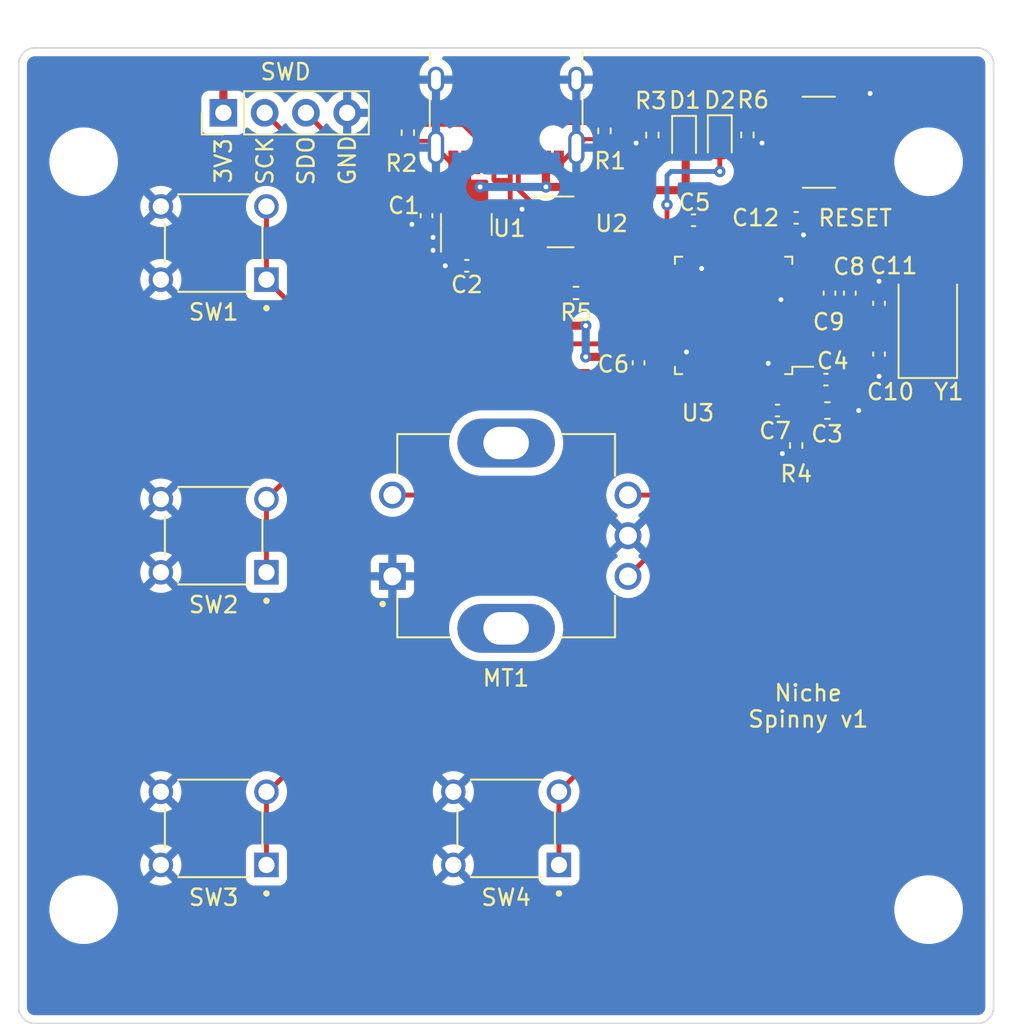
<source format=kicad_pcb>
(kicad_pcb (version 20211014) (generator pcbnew)
  (layers (0 "F.Cu" signal) (31 "B.Cu" signal) (34 "B.Paste" user) (35 "F.Paste" user) (36 "B.SilkS" user "B.Silkscreen") (37 "F.SilkS" user "F.Silkscreen") (38 "B.Mask" user) (39 "F.Mask" user) (44 "Edge.Cuts" user))
  (net 0 "")
  (net 1 "+5V")
  (net 2 "GND")
  (net 3 "+3.3VA")
  (net 4 "/HSE_IN")
  (net 5 "/HSE_OUT")
  (net 6 "NRST")
  (net 7 "Net-(D1-Pad1)")
  (net 8 "Net-(D2-Pad1)")
  (net 9 "LED_STS")
  (net 10 "Net-(J1-PadA5)")
  (net 11 "USB_D+")
  (net 12 "USB_D-")
  (net 14 "Net-(J1-PadB5)")
  (net 16 "SWCLK")
  (net 17 "SWDIO")
  (net 18 "/BOOT0")
  (net 24 "ENC_A")
  (net 25 "ENC_B")
  (net 42 "BTN_1")
  (net 43 "BTN_2")
  (net 44 "BTN_3")
  (net 45 "BTN_4")
  (net 46 "BTN_5")
  (footprint "DigiKey:SW_TS02-66-43-BK-100-LCR-D" (layer "F.Cu") (at 132 100 180)
    (fp_text reference "SW2" (at 0 -4.25) (layer "F.SilkS"))
    (fp_text value "SW_Push")
    (pad "1" thru_hole rect (at -3.25 -2.25 180) (size 1.508 1.508) (drill 1) (layers *.Cu *.Mask) (net 43 "BTN_2"))
    (pad "1" thru_hole circle (at -3.25 2.25 180) (size 1.508 1.508) (drill 1) (layers *.Cu *.Mask) (net 43 "BTN_2"))
    (pad "2" thru_hole circle (at 3.25 -2.25 180) (size 1.508 1.508) (drill 1) (layers *.Cu *.Mask) (net 2 "GND"))
    (pad "2" thru_hole circle (at 3.25 2.25 180) (size 1.508 1.508) (drill 1) (layers *.Cu *.Mask) (net 2 "GND"))
  )
  (footprint "LED_SMD:LED_0603_1608Metric" (layer "F.Cu") (at 160.95 75.665 -90)
    (fp_text reference "D1" (at -2.45 -0.05 180) (layer "F.SilkS"))
    (fp_text value "GREEN")
    (pad "1" smd roundrect (at -0.7875 0 270) (size 0.875 0.95) (layers "F.Cu" "F.Paste" "F.Mask") (net 7 "Net-(D1-Pad1)"))
    (pad "2" smd roundrect (at 0.7875 0 270) (size 0.875 0.95) (layers "F.Cu" "F.Paste" "F.Mask") (net 3 "+3.3VA"))
  )
  (footprint "DigiKey:SW_TS02-66-43-BK-100-LCR-D" (layer "F.Cu") (at 132 118 180)
    (fp_text reference "SW3" (at 0 -4.25) (layer "F.SilkS"))
    (fp_text value "SW_Push")
    (pad "1" thru_hole circle (at -3.25 2.25 180) (size 1.508 1.508) (drill 1) (layers *.Cu *.Mask) (net 44 "BTN_3"))
    (pad "1" thru_hole rect (at -3.25 -2.25 180) (size 1.508 1.508) (drill 1) (layers *.Cu *.Mask) (net 44 "BTN_3"))
    (pad "2" thru_hole circle (at 3.25 -2.25 180) (size 1.508 1.508) (drill 1) (layers *.Cu *.Mask) (net 2 "GND"))
    (pad "2" thru_hole circle (at 3.25 2.25 180) (size 1.508 1.508) (drill 1) (layers *.Cu *.Mask) (net 2 "GND"))
  )
  (footprint "MountingHole:MountingHole_3.2mm_M3" (layer "F.Cu") (at 124 123)
    (fp_text reference "H3" hide)
    (fp_text value "MountingHole")
    (pad "" np_thru_hole circle (at 0 0) (size 3.2 3.2) (drill 3.2) (layers *.Cu *.Mask))
  )
  (footprint "Resistor_SMD:R_0402_1005Metric" (layer "F.Cu") (at 167.85 94.45 -90)
    (fp_text reference "R4" (at 1.75 0 180) (layer "F.SilkS"))
    (fp_text value "100k")
    (pad "1" smd roundrect (at -0.51 0 270) (size 0.54 0.64) (layers "F.Cu" "F.Paste" "F.Mask") (net 18 "/BOOT0"))
    (pad "2" smd roundrect (at 0.51 0 270) (size 0.54 0.64) (layers "F.Cu" "F.Paste" "F.Mask") (net 2 "GND"))
  )
  (footprint "Capacitor_SMD:C_0402_1005Metric" (layer "F.Cu") (at 161.53 80.6)
    (fp_text reference "C5" (at 0.07 -1.1 180) (layer "F.SilkS"))
    (fp_text value "100n")
    (pad "1" smd roundrect (at -0.48 0) (size 0.56 0.62) (layers "F.Cu" "F.Paste" "F.Mask") (net 3 "+3.3VA"))
    (pad "2" smd roundrect (at 0.48 0) (size 0.56 0.62) (layers "F.Cu" "F.Paste" "F.Mask") (net 2 "GND"))
  )
  (footprint "Capacitor_SMD:C_0402_1005Metric" (layer "F.Cu") (at 167.85 80.45)
    (fp_text reference "C12" (at -2.5 0) (layer "F.SilkS"))
    (fp_text value "1u")
    (pad "1" smd roundrect (at -0.48 0) (size 0.56 0.62) (layers "F.Cu" "F.Paste" "F.Mask") (net 6 "NRST"))
    (pad "2" smd roundrect (at 0.48 0) (size 0.56 0.62) (layers "F.Cu" "F.Paste" "F.Mask") (net 2 "GND"))
  )
  (footprint "DigiKey:XDCR_PEC11R-4215F-S0024" (layer "F.Cu") (at 150 100 90)
    (fp_text reference "MT1" (at -8.76 -0.01 180) (layer "F.SilkS"))
    (fp_text value "PEC11R-4215F-S0024")
    (pad "1" thru_hole rect (at -2.5 -7 90) (size 1.65 1.65) (drill 1.1) (layers *.Cu *.Mask) (net 2 "GND"))
    (pad "2" thru_hole circle (at 2.5 -7 90) (size 1.65 1.65) (drill 1.1) (layers *.Cu *.Mask) (net 46 "BTN_5"))
    (pad "A" thru_hole circle (at -2.5 7.5 90) (size 1.65 1.65) (drill 1.1) (layers *.Cu *.Mask) (net 24 "ENC_A"))
    (pad "B" thru_hole circle (at 2.5 7.5 90) (size 1.65 1.65) (drill 1.1) (layers *.Cu *.Mask) (net 25 "ENC_B"))
    (pad "COM" thru_hole circle (at 0 7.5 90) (size 1.65 1.65) (drill 1.1) (layers *.Cu *.Mask) (net 2 "GND"))
    (pad "S1" thru_hole oval (at -5.7 0 90) (size 3 6) (drill oval 2 2.8) (layers *.Cu *.Mask))
    (pad "S2" thru_hole oval (at 5.7 0 90) (size 3 6) (drill oval 2 2.8) (layers *.Cu *.Mask))
  )
  (footprint "Crystal:Crystal_SMD_5032-2Pin_5.0x3.2mm" (layer "F.Cu") (at 175.95 87.25 90)
    (fp_text reference "Y1" (at -3.9 1.3) (layer "F.SilkS"))
    (fp_text value "8Mhz")
    (pad "1" smd rect (at -1.85 0 90) (size 2 2.4) (layers "F.Cu" "F.Paste" "F.Mask") (net 4 "/HSE_IN"))
    (pad "2" smd rect (at 1.85 0 90) (size 2 2.4) (layers "F.Cu" "F.Paste" "F.Mask") (net 5 "/HSE_OUT"))
  )
  (footprint "DigiKey:SW_TS02-66-43-BK-100-LCR-D" (layer "F.Cu") (at 132 82 180)
    (fp_text reference "SW1" (at 0 -4.25) (layer "F.SilkS"))
    (fp_text value "SW_Push")
    (pad "1" thru_hole circle (at -3.25 2.25 180) (size 1.508 1.508) (drill 1) (layers *.Cu *.Mask) (net 42 "BTN_1"))
    (pad "1" thru_hole rect (at -3.25 -2.25 180) (size 1.508 1.508) (drill 1) (layers *.Cu *.Mask) (net 42 "BTN_1"))
    (pad "2" thru_hole circle (at 3.25 2.25 180) (size 1.508 1.508) (drill 1) (layers *.Cu *.Mask) (net 2 "GND"))
    (pad "2" thru_hole circle (at 3.25 -2.25 180) (size 1.508 1.508) (drill 1) (layers *.Cu *.Mask) (net 2 "GND"))
  )
  (footprint "MountingHole:MountingHole_3.2mm_M3" (layer "F.Cu") (at 176 77)
    (fp_text reference "H2" hide)
    (fp_text value "MountingHole")
    (pad "" np_thru_hole circle (at 0 0) (size 3.2 3.2) (drill 3.2) (layers *.Cu *.Mask))
  )
  (footprint "Package_QFP:LQFP-48_7x7mm_P0.5mm" (layer "F.Cu") (at 164 86.45 180)
    (fp_text reference "U3" (at 2.2 -6) (layer "F.SilkS"))
    (fp_text value "STM32F103C8T6")
    (pad "1" smd roundrect (at -4.1625 -2.75 180) (size 1.475 0.3) (layers "F.Cu" "F.Paste" "F.Mask") (net 3 "+3.3VA"))
    (pad "2" smd roundrect (at -4.1625 -2.25 180) (size 1.475 0.3) (layers "F.Cu" "F.Paste" "F.Mask") (net 9 "LED_STS"))
    (pad "3" smd roundrect (at -4.1625 -1.75 180) (size 1.475 0.3) (layers "F.Cu" "F.Paste" "F.Mask"))
    (pad "4" smd roundrect (at -4.1625 -1.25 180) (size 1.475 0.3) (layers "F.Cu" "F.Paste" "F.Mask"))
    (pad "5" smd roundrect (at -4.1625 -0.75 180) (size 1.475 0.3) (layers "F.Cu" "F.Paste" "F.Mask") (net 4 "/HSE_IN"))
    (pad "6" smd roundrect (at -4.1625 -0.25 180) (size 1.475 0.3) (layers "F.Cu" "F.Paste" "F.Mask") (net 5 "/HSE_OUT"))
    (pad "7" smd roundrect (at -4.1625 0.25 180) (size 1.475 0.3) (layers "F.Cu" "F.Paste" "F.Mask") (net 6 "NRST"))
    (pad "8" smd roundrect (at -4.1625 0.75 180) (size 1.475 0.3) (layers "F.Cu" "F.Paste" "F.Mask") (net 2 "GND"))
    (pad "9" smd roundrect (at -4.1625 1.25 180) (size 1.475 0.3) (layers "F.Cu" "F.Paste" "F.Mask") (net 3 "+3.3VA"))
    (pad "10" smd roundrect (at -4.1625 1.75 180) (size 1.475 0.3) (layers "F.Cu" "F.Paste" "F.Mask"))
    (pad "11" smd roundrect (at -4.1625 2.25 180) (size 1.475 0.3) (layers "F.Cu" "F.Paste" "F.Mask"))
    (pad "12" smd roundrect (at -4.1625 2.75 180) (size 1.475 0.3) (layers "F.Cu" "F.Paste" "F.Mask"))
    (pad "13" smd roundrect (at -2.75 4.1625 180) (size 0.3 1.475) (layers "F.Cu" "F.Paste" "F.Mask"))
    (pad "14" smd roundrect (at -2.25 4.1625 180) (size 0.3 1.475) (layers "F.Cu" "F.Paste" "F.Mask"))
    (pad "15" smd roundrect (at -1.75 4.1625 180) (size 0.3 1.475) (layers "F.Cu" "F.Paste" "F.Mask"))
    (pad "16" smd roundrect (at -1.25 4.1625 180) (size 0.3 1.475) (layers "F.Cu" "F.Paste" "F.Mask"))
    (pad "17" smd roundrect (at -0.75 4.1625 180) (size 0.3 1.475) (layers "F.Cu" "F.Paste" "F.Mask"))
    (pad "18" smd roundrect (at -0.25 4.1625 180) (size 0.3 1.475) (layers "F.Cu" "F.Paste" "F.Mask"))
    (pad "19" smd roundrect (at 0.25 4.1625 180) (size 0.3 1.475) (layers "F.Cu" "F.Paste" "F.Mask"))
    (pad "20" smd roundrect (at 0.75 4.1625 180) (size 0.3 1.475) (layers "F.Cu" "F.Paste" "F.Mask"))
    (pad "21" smd roundrect (at 1.25 4.1625 180) (size 0.3 1.475) (layers "F.Cu" "F.Paste" "F.Mask"))
    (pad "22" smd roundrect (at 1.75 4.1625 180) (size 0.3 1.475) (layers "F.Cu" "F.Paste" "F.Mask"))
    (pad "23" smd roundrect (at 2.25 4.1625 180) (size 0.3 1.475) (layers "F.Cu" "F.Paste" "F.Mask") (net 2 "GND"))
    (pad "24" smd roundrect (at 2.75 4.1625 180) (size 0.3 1.475) (layers "F.Cu" "F.Paste" "F.Mask") (net 3 "+3.3VA"))
    (pad "25" smd roundrect (at 4.1625 2.75 180) (size 1.475 0.3) (layers "F.Cu" "F.Paste" "F.Mask"))
    (pad "26" smd roundrect (at 4.1625 2.25 180) (size 1.475 0.3) (layers "F.Cu" "F.Paste" "F.Mask"))
    (pad "27" smd roundrect (at 4.1625 1.75 180) (size 1.475 0.3) (layers "F.Cu" "F.Paste" "F.Mask"))
    (pad "28" smd roundrect (at 4.1625 1.25 180) (size 1.475 0.3) (layers "F.Cu" "F.Paste" "F.Mask"))
    (pad "29" smd roundrect (at 4.1625 0.75 180) (size 1.475 0.3) (layers "F.Cu" "F.Paste" "F.Mask"))
    (pad "30" smd roundrect (at 4.1625 0.25 180) (size 1.475 0.3) (layers "F.Cu" "F.Paste" "F.Mask"))
    (pad "31" smd roundrect (at 4.1625 -0.25 180) (size 1.475 0.3) (layers "F.Cu" "F.Paste" "F.Mask"))
    (pad "32" smd roundrect (at 4.1625 -0.75 180) (size 1.475 0.3) (layers "F.Cu" "F.Paste" "F.Mask") (net 12 "USB_D-"))
    (pad "33" smd roundrect (at 4.1625 -1.25 180) (size 1.475 0.3) (layers "F.Cu" "F.Paste" "F.Mask") (net 11 "USB_D+"))
    (pad "34" smd roundrect (at 4.1625 -1.75 180) (size 1.475 0.3) (layers "F.Cu" "F.Paste" "F.Mask") (net 17 "SWDIO"))
    (pad "35" smd roundrect (at 4.1625 -2.25 180) (size 1.475 0.3) (layers "F.Cu" "F.Paste" "F.Mask") (net 2 "GND"))
    (pad "36" smd roundrect (at 4.1625 -2.75 180) (size 1.475 0.3) (layers "F.Cu" "F.Paste" "F.Mask") (net 3 "+3.3VA"))
    (pad "37" smd roundrect (at 2.75 -4.1625 180) (size 0.3 1.475) (layers "F.Cu" "F.Paste" "F.Mask") (net 16 "SWCLK"))
    (pad "38" smd roundrect (at 2.25 -4.1625 180) (size 0.3 1.475) (layers "F.Cu" "F.Paste" "F.Mask"))
    (pad "39" smd roundrect (at 1.75 -4.1625 180) (size 0.3 1.475) (layers "F.Cu" "F.Paste" "F.Mask") (net 42 "BTN_1"))
    (pad "40" smd roundrect (at 1.25 -4.1625 180) (size 0.3 1.475) (layers "F.Cu" "F.Paste" "F.Mask") (net 43 "BTN_2"))
    (pad "41" smd roundrect (at 0.75 -4.1625 180) (size 0.3 1.475) (layers "F.Cu" "F.Paste" "F.Mask") (net 46 "BTN_5"))
    (pad "42" smd roundrect (at 0.25 -4.1625 180) (size 0.3 1.475) (layers "F.Cu" "F.Paste" "F.Mask") (net 44 "BTN_3"))
    (pad "43" smd roundrect (at -0.25 -4.1625 180) (size 0.3 1.475) (layers "F.Cu" "F.Paste" "F.Mask") (net 45 "BTN_4"))
    (pad "44" smd roundrect (at -0.75 -4.1625 180) (size 0.3 1.475) (layers "F.Cu" "F.Paste" "F.Mask") (net 18 "/BOOT0"))
    (pad "45" smd roundrect (at -1.25 -4.1625 180) (size 0.3 1.475) (layers "F.Cu" "F.Paste" "F.Mask") (net 25 "ENC_B"))
    (pad "46" smd roundrect (at -1.75 -4.1625 180) (size 0.3 1.475) (layers "F.Cu" "F.Paste" "F.Mask") (net 24 "ENC_A"))
    (pad "47" smd roundrect (at -2.25 -4.1625 180) (size 0.3 1.475) (layers "F.Cu" "F.Paste" "F.Mask") (net 2 "GND"))
    (pad "48" smd roundrect (at -2.75 -4.1625 180) (size 0.3 1.475) (layers "F.Cu" "F.Paste" "F.Mask") (net 3 "+3.3VA"))
  )
  (footprint "Connector_USB:USB_C_Receptacle_HRO_TYPE-C-31-M-12" (layer "F.Cu") (at 150 73 180)
    (fp_text reference "J1" hide)
    (fp_text value "USB_C_Receptacle_USB2.0")
    (pad "" np_thru_hole circle (at -2.89 -2.6 180) (size 0.65 0.65) (drill 0.65) (layers *.Cu *.Mask))
    (pad "" np_thru_hole circle (at 2.89 -2.6 180) (size 0.65 0.65) (drill 0.65) (layers *.Cu *.Mask))
    (pad "A1" smd rect (at -3.25 -4.045 180) (size 0.6 1.45) (layers "F.Cu" "F.Paste" "F.Mask") (net 2 "GND"))
    (pad "A4" smd rect (at -2.45 -4.045 180) (size 0.6 1.45) (layers "F.Cu" "F.Paste" "F.Mask") (net 1 "+5V"))
    (pad "A5" smd rect (at -1.25 -4.045 180) (size 0.3 1.45) (layers "F.Cu" "F.Paste" "F.Mask") (net 10 "Net-(J1-PadA5)"))
    (pad "A6" smd rect (at -0.25 -4.045 180) (size 0.3 1.45) (layers "F.Cu" "F.Paste" "F.Mask") (net 11 "USB_D+"))
    (pad "A7" smd rect (at 0.25 -4.045 180) (size 0.3 1.45) (layers "F.Cu" "F.Paste" "F.Mask") (net 12 "USB_D-"))
    (pad "A8" smd rect (at 1.25 -4.045 180) (size 0.3 1.45) (layers "F.Cu" "F.Paste" "F.Mask"))
    (pad "A9" smd rect (at 2.45 -4.045 180) (size 0.6 1.45) (layers "F.Cu" "F.Paste" "F.Mask") (net 1 "+5V"))
    (pad "A12" smd rect (at 3.25 -4.045 180) (size 0.6 1.45) (layers "F.Cu" "F.Paste" "F.Mask") (net 2 "GND"))
    (pad "B1" smd rect (at 3.25 -4.045 180) (size 0.6 1.45) (layers "F.Cu" "F.Paste" "F.Mask") (net 2 "GND"))
    (pad "B4" smd rect (at 2.45 -4.045 180) (size 0.6 1.45) (layers "F.Cu" "F.Paste" "F.Mask") (net 1 "+5V"))
    (pad "B5" smd rect (at 1.75 -4.045 180) (size 0.3 1.45) (layers "F.Cu" "F.Paste" "F.Mask") (net 14 "Net-(J1-PadB5)"))
    (pad "B6" smd rect (at 0.75 -4.045 180) (size 0.3 1.45) (layers "F.Cu" "F.Paste" "F.Mask") (net 11 "USB_D+"))
    (pad "B7" smd rect (at -0.75 -4.045 180) (size 0.3 1.45) (layers "F.Cu" "F.Paste" "F.Mask") (net 12 "USB_D-"))
    (pad "B8" smd rect (at -1.75 -4.045 180) (size 0.3 1.45) (layers "F.Cu" "F.Paste" "F.Mask"))
    (pad "B9" smd rect (at -2.45 -4.045 180) (size 0.6 1.45) (layers "F.Cu" "F.Paste" "F.Mask") (net 1 "+5V"))
    (pad "B12" smd rect (at -3.25 -4.045 180) (size 0.6 1.45) (layers "F.Cu" "F.Paste" "F.Mask") (net 2 "GND"))
    (pad "S1" thru_hole oval (at -4.32 -3.13 180) (size 1 2.1) (drill oval 0.6 1.7) (layers *.Cu *.Mask) (net 2 "GND"))
    (pad "S1" thru_hole oval (at 4.32 -3.13 180) (size 1 2.1) (drill oval 0.6 1.7) (layers *.Cu *.Mask) (net 2 "GND"))
    (pad "S1" thru_hole oval (at 4.32 1.05 180) (size 1 1.6) (drill oval 0.6 1.2) (layers *.Cu *.Mask) (net 2 "GND"))
    (pad "S1" thru_hole oval (at -4.32 1.05 180) (size 1 1.6) (drill oval 0.6 1.2) (layers *.Cu *.Mask) (net 2 "GND"))
  )
  (footprint "Package_TO_SOT_SMD:SOT-23" (layer "F.Cu") (at 147.55 80.8625 90)
    (fp_text reference "U1" (at -0.2375 2.65) (layer "F.SilkS"))
    (fp_text value "XC6206P332MR")
    (pad "1" smd roundrect (at -0.9375 -0.95 90) (size 1.475 0.6) (layers "F.Cu" "F.Paste" "F.Mask") (net 2 "GND"))
    (pad "2" smd roundrect (at -0.9375 0.95 90) (size 1.475 0.6) (layers "F.Cu" "F.Paste" "F.Mask") (net 3 "+3.3VA"))
    (pad "3" smd roundrect (at 0.9375 0 90) (size 1.475 0.6) (layers "F.Cu" "F.Paste" "F.Mask") (net 1 "+5V"))
  )
  (footprint "Capacitor_SMD:C_0402_1005Metric" (layer "F.Cu") (at 166.7 92.3 180)
    (fp_text reference "C7" (at 0.15 -1.25) (layer "F.SilkS"))
    (fp_text value "100n")
    (pad "1" smd roundrect (at -0.48 0 180) (size 0.56 0.62) (layers "F.Cu" "F.Paste" "F.Mask") (net 3 "+3.3VA"))
    (pad "2" smd roundrect (at 0.48 0 180) (size 0.56 0.62) (layers "F.Cu" "F.Paste" "F.Mask") (net 2 "GND"))
  )
  (footprint "Resistor_SMD:R_0402_1005Metric" (layer "F.Cu") (at 164.85 75.35 -90)
    (fp_text reference "R6" (at -2.15 -0.35 180) (layer "F.SilkS"))
    (fp_text value "330")
    (pad "1" smd roundrect (at -0.51 0 270) (size 0.54 0.64) (layers "F.Cu" "F.Paste" "F.Mask") (net 8 "Net-(D2-Pad1)"))
    (pad "2" smd roundrect (at 0.51 0 270) (size 0.54 0.64) (layers "F.Cu" "F.Paste" "F.Mask") (net 2 "GND"))
  )
  (footprint "Capacitor_SMD:C_0402_1005Metric" (layer "F.Cu") (at 169.68 90.4)
    (fp_text reference "C4" (at 0.42 -1.15 180) (layer "F.SilkS"))
    (fp_text value "100n")
    (pad "1" smd roundrect (at -0.48 0) (size 0.56 0.62) (layers "F.Cu" "F.Paste" "F.Mask") (net 3 "+3.3VA"))
    (pad "2" smd roundrect (at 0.48 0) (size 0.56 0.62) (layers "F.Cu" "F.Paste" "F.Mask") (net 2 "GND"))
  )
  (footprint "LED_SMD:LED_0603_1608Metric" (layer "F.Cu") (at 163.15 75.6275 -90)
    (fp_text reference "D2" (at -2.4125 0 180) (layer "F.SilkS"))
    (fp_text value "WHITE")
    (pad "1" smd roundrect (at -0.7875 0 270) (size 0.875 0.95) (layers "F.Cu" "F.Paste" "F.Mask") (net 8 "Net-(D2-Pad1)"))
    (pad "2" smd roundrect (at 0.7875 0 270) (size 0.875 0.95) (layers "F.Cu" "F.Paste" "F.Mask") (net 9 "LED_STS"))
  )
  (footprint "Capacitor_SMD:C_0402_1005Metric" (layer "F.Cu") (at 171.15 85.08 -90)
    (fp_text reference "C8" (at -1.63 0.05 180) (layer "F.SilkS"))
    (fp_text value "1u")
    (pad "1" smd roundrect (at -0.48 0 270) (size 0.56 0.62) (layers "F.Cu" "F.Paste" "F.Mask") (net 3 "+3.3VA"))
    (pad "2" smd roundrect (at 0.48 0 270) (size 0.56 0.62) (layers "F.Cu" "F.Paste" "F.Mask") (net 2 "GND"))
  )
  (footprint "Capacitor_SMD:C_0402_1005Metric" (layer "F.Cu") (at 172.95 88.83 -90)
    (fp_text reference "C10" (at 2.32 -0.7) (layer "F.SilkS"))
    (fp_text value "30p")
    (pad "1" smd roundrect (at -0.48 0 270) (size 0.56 0.62) (layers "F.Cu" "F.Paste" "F.Mask") (net 4 "/HSE_IN"))
    (pad "2" smd roundrect (at 0.48 0 270) (size 0.56 0.62) (layers "F.Cu" "F.Paste" "F.Mask") (net 2 "GND"))
  )
  (footprint "Capacitor_SMD:C_0402_1005Metric" (layer "F.Cu") (at 145.1 80.32 -90)
    (fp_text reference "C1" (at -0.62 1.39) (layer "F.SilkS"))
    (fp_text value "1u")
    (pad "1" smd roundrect (at -0.48 0 270) (size 0.56 0.62) (layers "F.Cu" "F.Paste" "F.Mask") (net 1 "+5V"))
    (pad "2" smd roundrect (at 0.48 0 270) (size 0.56 0.62) (layers "F.Cu" "F.Paste" "F.Mask") (net 2 "GND"))
  )
  (footprint "MountingHole:MountingHole_3.2mm_M3" (layer "F.Cu") (at 124 77)
    (fp_text reference "H1" hide)
    (fp_text value "MountingHole")
    (pad "" np_thru_hole circle (at 0 0) (size 3.2 3.2) (drill 3.2) (layers *.Cu *.Mask))
  )
  (footprint "Resistor_SMD:R_0402_1005Metric" (layer "F.Cu") (at 156.05 75.1 -90)
    (fp_text reference "R1" (at 1.85 -0.35) (layer "F.SilkS"))
    (fp_text value "5k1")
    (pad "1" smd roundrect (at -0.51 0 270) (size 0.54 0.64) (layers "F.Cu" "F.Paste" "F.Mask") (net 10 "Net-(J1-PadA5)"))
    (pad "2" smd roundrect (at 0.51 0 270) (size 0.54 0.64) (layers "F.Cu" "F.Paste" "F.Mask") (net 2 "GND"))
  )
  (footprint "Resistor_SMD:R_0402_1005Metric" (layer "F.Cu") (at 159 75.36 -90)
    (fp_text reference "R3" (at -2.11 0.1 180) (layer "F.SilkS"))
    (fp_text value "220")
    (pad "1" smd roundrect (at -0.51 0 270) (size 0.54 0.64) (layers "F.Cu" "F.Paste" "F.Mask") (net 7 "Net-(D1-Pad1)"))
    (pad "2" smd roundrect (at 0.51 0 270) (size 0.54 0.64) (layers "F.Cu" "F.Paste" "F.Mask") (net 2 "GND"))
  )
  (footprint "Capacitor_SMD:C_0402_1005Metric" (layer "F.Cu") (at 172.95 85.706 90)
    (fp_text reference "C11" (at 2.306 0.9) (layer "F.SilkS"))
    (fp_text value "30p")
    (pad "1" smd roundrect (at -0.48 0 90) (size 0.56 0.62) (layers "F.Cu" "F.Paste" "F.Mask") (net 5 "/HSE_OUT"))
    (pad "2" smd roundrect (at 0.48 0 90) (size 0.56 0.62) (layers "F.Cu" "F.Paste" "F.Mask") (net 2 "GND"))
  )
  (footprint "Resistor_SMD:R_0402_1005Metric" (layer "F.Cu") (at 154.3 85.07)
    (fp_text reference "R5" (at 0.01 1.2 180) (layer "F.SilkS"))
    (fp_text value "1k5")
    (pad "1" smd roundrect (at -0.51 0) (size 0.54 0.64) (layers "F.Cu" "F.Paste" "F.Mask") (net 3 "+3.3VA"))
    (pad "2" smd roundrect (at 0.51 0) (size 0.54 0.64) (layers "F.Cu" "F.Paste" "F.Mask") (net 11 "USB_D+"))
  )
  (footprint "MountingHole:MountingHole_3.2mm_M3" (layer "F.Cu") (at 176 123)
    (fp_text reference "H4" hide)
    (fp_text value "MountingHole")
    (pad "" np_thru_hole circle (at 0 0) (size 3.2 3.2) (drill 3.2) (layers *.Cu *.Mask))
  )
  (footprint "Capacitor_SMD:C_0603_1608Metric" (layer "F.Cu") (at 169.775 92.3)
    (fp_text reference "C3" (at -0.025 1.45 180) (layer "F.SilkS"))
    (fp_text value "4u7")
    (pad "1" smd roundrect (at -0.775 0) (size 0.9 0.95) (layers "F.Cu" "F.Paste" "F.Mask") (net 3 "+3.3VA"))
    (pad "2" smd roundrect (at 0.775 0) (size 0.9 0.95) (layers "F.Cu" "F.Paste" "F.Mask") (net 2 "GND"))
  )
  (footprint "Resistor_SMD:R_0402_1005Metric" (layer "F.Cu") (at 143.95 75.21 90)
    (fp_text reference "R2" (at -1.89 -0.4) (layer "F.SilkS"))
    (fp_text value "5k1")
    (pad "1" smd roundrect (at -0.51 0 90) (size 0.54 0.64) (layers "F.Cu" "F.Paste" "F.Mask") (net 2 "GND"))
    (pad "2" smd roundrect (at 0.51 0 90) (size 0.54 0.64) (layers "F.Cu" "F.Paste" "F.Mask") (net 14 "Net-(J1-PadB5)"))
  )
  (footprint "Capacitor_SMD:C_0402_1005Metric" (layer "F.Cu") (at 158.15 89.37 90)
    (fp_text reference "C6" (at -0.08 -1.55 180) (layer "F.SilkS"))
    (fp_text value "100n")
    (pad "1" smd roundrect (at -0.48 0 90) (size 0.56 0.62) (layers "F.Cu" "F.Paste" "F.Mask") (net 3 "+3.3VA"))
    (pad "2" smd roundrect (at 0.48 0 90) (size 0.56 0.62) (layers "F.Cu" "F.Paste" "F.Mask") (net 2 "GND"))
  )
  (footprint "Package_TO_SOT_SMD:SOT-23-6" (layer "F.Cu") (at 153.35 80.7)
    (fp_text reference "U2" (at 3.1375 0.1) (layer "F.SilkS"))
    (fp_text value "SRV05-4")
    (pad "1" smd roundrect (at -1.1375 -0.95) (size 1.325 0.6) (layers "F.Cu" "F.Paste" "F.Mask") (net 12 "USB_D-"))
    (pad "2" smd roundrect (at -1.1375 0) (size 1.325 0.6) (layers "F.Cu" "F.Paste" "F.Mask") (net 2 "GND"))
    (pad "3" smd roundrect (at -1.1375 0.95) (size 1.325 0.6) (layers "F.Cu" "F.Paste" "F.Mask") (net 11 "USB_D+"))
    (pad "4" smd roundrect (at 1.1375 0.95) (size 1.325 0.6) (layers "F.Cu" "F.Paste" "F.Mask"))
    (pad "5" smd roundrect (at 1.1375 0) (size 1.325 0.6) (layers "F.Cu" "F.Paste" "F.Mask") (net 1 "+5V"))
    (pad "6" smd roundrect (at 1.1375 -0.95) (size 1.325 0.6) (layers "F.Cu" "F.Paste" "F.Mask"))
  )
  (footprint "Capacitor_SMD:C_0402_1005Metric" (layer "F.Cu") (at 169.9 85.08 -90)
    (fp_text reference "C9" (at 1.77 0.05 180) (layer "F.SilkS"))
    (fp_text value "10n")
    (pad "1" smd roundrect (at -0.48 0 270) (size 0.56 0.62) (layers "F.Cu" "F.Paste" "F.Mask") (net 3 "+3.3VA"))
    (pad "2" smd roundrect (at 0.48 0 270) (size 0.56 0.62) (layers "F.Cu" "F.Paste" "F.Mask") (net 2 "GND"))
  )
  (footprint "Connector_PinHeader_2.54mm:PinHeader_1x04_P2.54mm_Vertical" (layer "F.Cu") (at 132.6 73.99 90)
    (fp_text reference "J2" hide)
    (fp_text value "Conn_01x04")
    (pad "1" thru_hole rect (at 0 0 90) (size 1.7 1.7) (drill 1) (layers *.Cu *.Mask) (net 3 "+3.3VA"))
    (pad "2" thru_hole oval (at 0 2.54 90) (size 1.7 1.7) (drill 1) (layers *.Cu *.Mask) (net 16 "SWCLK"))
    (pad "3" thru_hole oval (at 0 5.08 90) (size 1.7 1.7) (drill 1) (layers *.Cu *.Mask) (net 17 "SWDIO"))
    (pad "4" thru_hole oval (at 0 7.62 90) (size 1.7 1.7) (drill 1) (layers *.Cu *.Mask) (net 2 "GND"))
  )
  (footprint "Capacitor_SMD:C_0402_1005Metric" (layer "F.Cu") (at 147.58 83.4 180)
    (fp_text reference "C2" (at 0 -1.16) (layer "F.SilkS"))
    (fp_text value "1u")
    (pad "1" smd roundrect (at -0.48 0 180) (size 0.56 0.62) (layers "F.Cu" "F.Paste" "F.Mask") (net 3 "+3.3VA"))
    (pad "2" smd roundrect (at 0.48 0 180) (size 0.56 0.62) (layers "F.Cu" "F.Paste" "F.Mask") (net 2 "GND"))
  )
  (footprint "DigiKey:SW_TS02-66-43-BK-100-LCR-D" (layer "F.Cu") (at 150 118 180)
    (fp_text reference "SW4" (at 0 -4.25) (layer "F.SilkS"))
    (fp_text value "SW_Push")
    (pad "1" thru_hole rect (at -3.25 -2.25 180) (size 1.508 1.508) (drill 1) (layers *.Cu *.Mask) (net 45 "BTN_4"))
    (pad "1" thru_hole circle (at -3.25 2.25 180) (size 1.508 1.508) (drill 1) (layers *.Cu *.Mask) (net 45 "BTN_4"))
    (pad "2" thru_hole circle (at 3.25 2.25 180) (size 1.508 1.508) (drill 1) (layers *.Cu *.Mask) (net 2 "GND"))
    (pad "2" thru_hole circle (at 3.25 -2.25 180) (size 1.508 1.508) (drill 1) (layers *.Cu *.Mask) (net 2 "GND"))
  )
  (footprint "JLCPCB:SMD-SW-4_5.1x5.1x1.5" (layer "F.Cu") (at 169.25 75.8 90)
    (fp_text reference "SW5" hide)
    (fp_text value "SW_RST")
    (pad "1" smd roundrect (at -3 -1.875 90) (size 1 0.75) (layers "F.Cu" "F.Paste" "F.Mask") (net 6 "NRST"))
    (pad "1" smd roundrect (at -3 1.875 90) (size 1 0.75) (layers "F.Cu" "F.Paste" "F.Mask") (net 6 "NRST"))
    (pad "2" smd roundrect (at 3 1.875 90) (size 1 0.75) (layers "F.Cu" "F.Paste" "F.Mask") (net 2 "GND"))
    (pad "2" smd roundrect (at 3 -1.875 90) (size 1 0.75) (layers "F.Cu" "F.Paste" "F.Mask") (net 2 "GND"))
  )
  (gr_arc (start 120 71) (mid 120.292893 70.292893) (end 121 70) (layer "Edge.Cuts") (width 0.1))
  (gr_arc (start 179 70) (mid 179.707107 70.292893) (end 180 71) (layer "Edge.Cuts") (width 0.1))
  (gr_arc (start 180 129) (mid 179.707107 129.707107) (end 179 130) (layer "Edge.Cuts") (width 0.1))
  (gr_arc (start 121 130) (mid 120.292893 129.707107) (end 120 129) (layer "Edge.Cuts") (width 0.1))
  (gr_line (start 120 129) (end 120 71) (layer "Edge.Cuts") (width 0.1))
  (gr_line (start 180 71) (end 180 129) (layer "Edge.Cuts") (width 0.1))
  (gr_line (start 179 130) (end 121 130) (layer "Edge.Cuts") (width 0.1))
  (gr_line (start 121 70) (end 179 70) (layer "Edge.Cuts") (width 0.1))
  (gr_text "SWD" (at 136.43 71.47) (layer "F.SilkS") (effects (font (size 1 1))))
  (gr_text "GND" (at 140.23 76.91 90) (layer "F.SilkS") (effects (font (size 1 1))))
  (gr_text "3V3" (at 132.6 76.94 90) (layer "F.SilkS") (effects (font (size 1 1))))
  (gr_text "SCK" (at 135.16 76.94 90) (layer "F.SilkS") (effects (font (size 1 1))))
  (gr_text "SDO" (at 137.69 76.94 90) (layer "F.SilkS") (effects (font (size 1 1))))
  (gr_text "Niche\nSpinny v1" (at 168.59 110.48) (layer "F.SilkS") (effects (font (size 1 1))))
  (gr_text "RESET" (at 171.48 80.46) (layer "F.SilkS") (effects (font (size 1 1))))
  (segment (start 155.59952 80.40048) (end 155.3 80.7) (width 0.5) (layer "F.Cu") (net 1))
  (segment (start 147.55 78.55) (end 147.55 79.925) (width 0.5) (layer "F.Cu") (net 1))
  (segment (start 152.45 78.55) (end 154.797849 78.55) (width 0.5) (layer "F.Cu") (net 1))
  (segment (start 147.55 77.045) (end 147.55 78.55) (width 0.5) (layer "F.Cu") (net 1))
  (segment (start 147.55 78.55) (end 148.4 78.55) (width 0.5) (layer "F.Cu") (net 1))
  (segment (start 155.59952 79.351671) (end 155.59952 80.40048) (width 0.5) (layer "F.Cu") (net 1))
  (segment (start 155.3 80.7) (end 154.4875 80.7) (width 0.5) (layer "F.Cu") (net 1))
  (segment (start 145.1 79.84) (end 147.465 79.84) (width 0.5) (layer "F.Cu") (net 1))
  (segment (start 154.797849 78.55) (end 155.59952 79.351671) (width 0.5) (layer "F.Cu") (net 1))
  (segment (start 147.465 79.84) (end 147.55 79.925) (width 0.5) (layer "F.Cu") (net 1))
  (segment (start 152.45 78.55) (end 152.45 77.045) (width 0.5) (layer "F.Cu") (net 1))
  (via (at 148.4 78.55) (size 0.7) (drill 0.3) (layers "F.Cu" "B.Cu") (net 1))
  (via (at 152.45 78.55) (size 0.7) (drill 0.3) (layers "F.Cu" "B.Cu") (net 1))
  (segment (start 152.45 78.55) (end 148.4 78.55) (width 0.5) (layer "B.Cu") (net 1))
  (segment (start 159.8375 88.7) (end 161.1 88.7) (width 0.3) (layer "F.Cu") (net 2))
  (segment (start 166.25 90.6125) (end 166.25 92.27) (width 0.3) (layer "F.Cu") (net 2))
  (segment (start 164.85 75.86) (end 165.74 75.86) (width 0.3) (layer "F.Cu") (net 2))
  (segment (start 167.129256 85.7) (end 166.91056 85.481304) (width 0.3) (layer "F.Cu") (net 2))
  (segment (start 170.16 90.4) (end 170.2 90.4) (width 0.3) (layer "F.Cu") (net 2))
  (segment (start 169.76 85.7) (end 168.1625 85.7) (width 0.3) (layer "F.Cu") (net 2))
  (segment (start 167.85 94.96) (end 167.0095 94.96) (width 0.3) (layer "F.Cu") (net 2))
  (segment (start 153.405 77.045) (end 154.32 76.13) (width 0.3) (layer "F.Cu") (net 2))
  (segment (start 169.9 85.56) (end 171.15 85.56) (width 0.3) (layer "F.Cu") (net 2))
  (segment (start 167.375 72.8) (end 171.125 72.8) (width 0.3) (layer "F.Cu") (net 2))
  (segment (start 172.95 89.31) (end 172.95 90.2) (width 0.3) (layer "F.Cu") (net 2))
  (segment (start 170.55 90.75) (end 170.55 92.3) (width 0.3) (layer "F.Cu") (net 2))
  (segment (start 165.74 75.86) (end 165.75 75.85) (width 0.3) (layer "F.Cu") (net 2))
  (segment (start 170.2 90.4) (end 170.55 90.75) (width 0.3) (layer "F.Cu") (net 2))
  (segment (start 143.95 75.72) (end 145.27 75.72) (width 0.25) (layer "F.Cu") (net 2))
  (segment (start 167.0095 94.96) (end 166.9995 94.95) (width 0.3) (layer "F.Cu") (net 2))
  (segment (start 146.75 77.045) (end 146.595 77.045) (width 0.3) (layer "F.Cu") (net 2))
  (segment (start 172.4 72.8) (end 171.125 72.8) (width 0.3) (layer "F.Cu") (net 2))
  (segment (start 159 75.87) (end 158.02 75.87) (width 0.3) (layer "F.Cu") (net 2))
  (segment (start 161.75 82.3) (end 161.75 81.4) (width 0.3) (layer "F.Cu") (net 2))
  (segment (start 172.95 85.226) (end 172.95 84.15) (width 0.3) (layer "F.Cu") (net 2))
  (segment (start 158.34 88.7) (end 158.15 88.89) (width 0.3) (layer "F.Cu") (net 2))
  (segment (start 161.75 81.4) (end 162.01 81.14) (width 0.3) (layer "F.Cu") (net 2))
  (segment (start 168.1625 85.7) (end 167.129256 85.7) (width 0.3) (layer "F.Cu") (net 2))
  (segment (start 158.02 75.87) (end 158 75.85) (width 0.3) (layer "F.Cu") (net 2))
  (segment (start 169.9 85.56) (end 169.76 85.7) (width 0.3) (layer "F.Cu") (net 2))
  (segment (start 170.55 92.3) (end 171.7 92.3) (width 0.3) (layer "F.Cu") (net 2))
  (segment (start 168.33 80.45) (end 168.33 81.47) (width 0.3) (layer "F.Cu") (net 2))
  (segment (start 154.84 75.61) (end 154.32 76.13) (width 0.25) (layer "F.Cu") (net 2))
  (segment (start 161.75 83.285395) (end 162.031166 83.566561) (width 0.3) (layer "F.Cu") (net 2))
  (segment (start 145.27 75.72) (end 145.68 76.13) (width 0.25) (layer "F.Cu") (net 2))
  (segment (start 166.25 90.6125) (end 166.25 89.4) (width 0.3) (layer "F.Cu") (net 2))
  (segment (start 166.25 92.27) (end 166.22 92.3) (width 0.3) (layer "F.Cu") (net 2))
  (segment (start 161.75 82.2875) (end 161.75 83.285395) (width 0.3) (layer "F.Cu") (net 2))
  (segment (start 159.8375 88.7) (end 158.34 88.7) (width 0.3) (layer "F.Cu") (net 2))
  (segment (start 153.25 77.045) (end 153.405 77.045) (width 0.3) (layer "F.Cu") (net 2))
  (segment (start 162.01 81.14) (end 162.01 80.6) (width 0.3) (layer "F.Cu") (net 2))
  (segment (start 156.05 75.61) (end 154.84 75.61) (width 0.25) (layer "F.Cu") (net 2))
  (segment (start 151.760756 80.7) (end 152.2125 80.7) (width 0.3) (layer "F.Cu") (net 2))
  (segment (start 150.980628 79.919872) (end 151.760756 80.7) (width 0.3) (layer "F.Cu") (net 2))
  (segment (start 168.33 81.47) (end 168.3 81.5) (width 0.3) (layer "F.Cu") (net 2))
  (segment (start 146.595 77.045) (end 145.68 76.13) (width 0.3) (layer "F.Cu") (net 2))
  (via (at 172.95 84.35) (size 0.7) (drill 0.3) (layers "F.Cu" "B.Cu") (net 2))
  (via (at 166.13 89.4) (size 0.7) (drill 0.3) (layers "F.Cu" "B.Cu") (net 2))
  (via (at 166.91056 85.481304) (size 0.7) (drill 0.3) (layers "F.Cu" "B.Cu") (net 2))
  (via (at 172.95 90.2) (size 0.7) (drill 0.3) (layers "F.Cu" "B.Cu") (net 2))
  (via (at 150.980628 79.919872) (size 0.7) (drill 0.3) (layers "F.Cu" "B.Cu") (net 2))
  (via (at 165.75 75.85) (size 0.7) (drill 0.3) (layers "F.Cu" "B.Cu") (net 2))
  (via (at 168.3 81.5) (size 0.7) (drill 0.3) (layers "F.Cu" "B.Cu") (net 2))
  (via (at 166.9995 94.95) (size 0.7) (drill 0.3) (layers "F.Cu" "B.Cu") (net 2))
  (via (at 171.7 92.3) (size 0.7) (drill 0.3) (layers "F.Cu" "B.Cu") (net 2))
  (via (at 146.25 83.4) (size 0.7) (drill 0.3) (layers "F.Cu" "B.Cu") (net 2))
  (via (at 145.5 81.65) (size 0.7) (drill 0.3) (layers "F.Cu" "B.Cu") (net 2))
  (via (at 172.4 72.8) (size 0.7) (drill 0.3) (layers "F.Cu" "B.Cu") (net 2))
  (via (at 144.2 80.85) (size 0.7) (drill 0.3) (layers "F.Cu" "B.Cu") (net 2))
  (via (at 158 75.85) (size 0.7) (drill 0.3) (layers "F.Cu" "B.Cu") (net 2))
  (via (at 145.5 82.45) (size 0.7) (drill 0.3) (layers "F.Cu" "B.Cu") (net 2))
  (via (at 161.1 88.7) (size 0.7) (drill 0.3) (layers "F.Cu" "B.Cu") (net 2))
  (via (at 162.031166 83.566561) (size 0.7) (drill 0.3) (layers "F.Cu" "B.Cu") (net 2))
  (segment (start 160.95 76.4525) (end 160.9525 76.4525) (width 0.5) (layer "F.Cu") (net 3))
  (segment (start 168.1625 85.2) (end 169.000361 85.2) (width 0.3) (layer "F.Cu") (net 3))
  (segment (start 157.1 74.1) (end 156.6 73.6) (width 0.5) (layer "F.Cu") (net 3))
  (segment (start 146.75 85.99) (end 146.75 85.98) (width 0.5) (layer "F.Cu") (net 3))
  (segment (start 142.64 74.04) (end 142.64 72.09) (width 0.5) (layer "F.Cu") (net 3))
  (segment (start 169.9 84.6) (end 171.15 84.6) (width 0.3) (layer "F.Cu") (net 3))
  (segment (start 161.05 80.6) (end 161.05 78.75) (width 0.5) (layer "F.Cu") (net 3))
  (segment (start 171.56932 84.6) (end 175.5 80.66932) (width 0.5) (layer "F.Cu") (net 3))
  (segment (start 164.5 78.75) (end 161.05 78.75) (width 0.5) (layer "F.Cu") (net 3))
  (segment (start 167.18 92.97) (end 167.18 92.3) (width 0.5) (layer "F.Cu") (net 3))
  (segment (start 166.2 95.45) (end 166.9 96.15) (width 0.5) (layer "F.Cu") (net 3))
  (segment (start 178.2 83.35) (end 178.2 91.74) (width 0.5) (layer "F.Cu") (net 3))
  (segment (start 166.75 90.6125) (end 166.75 91.3) (width 0.3) (layer "F.Cu") (net 3))
  (segment (start 166.9 96.15) (end 169 96.15) (width 0.5) (layer "F.Cu") (net 3))
  (segment (start 168.1625 89.2) (end 169 89.2) (width 0.3) (layer "F.Cu") (net 3))
  (segment (start 156.6 73.6) (end 142.72 73.6) (width 0.5) (layer "F.Cu") (net 3))
  (segment (start 161.05 80.6) (end 161.05 81.25) (width 0.3) (layer "F.Cu") (net 3))
  (segment (start 148.06 84.67) (end 148.06 83.4) (width 0.5) (layer "F.Cu") (net 3))
  (segment (start 153.68 87.08) (end 154.9 87.08) (width 0.5) (layer "F.Cu") (net 3))
  (segment (start 153.79 85.07) (end 153.79 86.97) (width 0.3) (layer "F.Cu") (net 3))
  (segment (start 157.1 77.1) (end 157.1 74.1) (width 0.5) (layer "F.Cu") (net 3))
  (segment (start 153.79 86.97) (end 153.68 87.08) (width 0.3) (layer "F.Cu") (net 3))
  (segment (start 158.55 89.85) (end 158.15 89.85) (width 0.3) (layer "F.Cu") (net 3))
  (segment (start 166.2 93.95) (end 166.2 95.45) (width 0.5) (layer "F.Cu") (net 3))
  (segment (start 167.18 91.73) (end 167.18 92.3) (width 0.3) (layer "F.Cu") (net 3))
  (segment (start 142.64 81.89) (end 147.83 87.08) (width 0.5) (layer "F.Cu") (net 3))
  (segment (start 132.6 72.35) (end 132.6 74.1) (width 0.5) (layer "F.Cu") (net 3))
  (segment (start 169 96.15) (end 173.79 96.15) (width 0.5) (layer "F.Cu") (net 3))
  (segment (start 169.600361 84.6) (end 169.9 84.6) (width 0.3) (layer "F.Cu") (net 3))
  (segment (start 154.9 89) (end 156 89) (width 0.5) (layer "F.Cu") (net 3))
  (segment (start 161.05 78.75) (end 161.05 76.5525) (width 0.5) (layer "F.Cu") (net 3))
  (segment (start 175.5 80.65) (end 178.2 83.35) (width 0.5) (layer "F.Cu") (net 3))
  (segment (start 147.83 87.08) (end 153.68 87.08) (width 0.5) (layer "F.Cu") (net 3))
  (segment (start 156 89) (end 156.85 89.85) (width 0.5) (layer "F.Cu") (net 3))
  (segment (start 142.64 74.06) (end 142.64 81.89) (width 0.5) (layer "F.Cu") (net 3))
  (segment (start 171.56932 84.6) (end 171.15 84.6) (width 0.5) (layer "F.Cu") (net 3))
  (segment (start 146.75 85.98) (end 148.06 84.67) (width 0.5) (layer "F.Cu") (net 3))
  (segment (start 175.5 80.65) (end 172.55 77.7) (width 0.5) (layer "F.Cu") (net 3))
  (segment (start 169 92.3) (end 169 96.15) (width 0.5) (layer "F.Cu") (net 3))
  (segment (start 165.55 77.7) (end 164.5 78.75) (width 0.5) (layer "F.Cu") (net 3))
  (segment (start 161.05 78.75) (end 158.75 78.75) (width 0.5) (layer "F.Cu") (net 3))
  (segment (start 156.85 89.85) (end 158.15 89.85) (width 0.5) (layer "F.Cu") (net 3))
  (segment (start 133.36 71.59) (end 132.6 72.35) (width 0.5) (layer "F.Cu") (net 3))
  (segment (start 159.8375 89.2125) (end 159.1875 89.2125) (width 0.3) (layer "F.Cu") (net 3))
  (segment (start 161.05 81.25) (end 161.25 81.45) (width 0.3) (layer "F.Cu") (net 3))
  (segment (start 166.75 91.3) (end 167.18 91.73) (width 0.3) (layer "F.Cu") (net 3))
  (segment (start 169 92.3) (end 169 90.6) (width 0.5) (layer "F.Cu") (net 3))
  (segment (start 161.05 76.5525) (end 160.95 76.4525) (width 0.5) (layer "F.Cu") (net 3))
  (segment (start 175.5 80.66932) (end 175.5 80.65) (width 0.5) (layer "F.Cu") (net 3))
  (segment (start 142.14 71.59) (end 133.36 71.59) (width 0.5) (layer "F.Cu") (net 3))
  (segment (start 169.000361 85.2) (end 169.600361 84.6) (width 0.3) (layer "F.Cu") (net 3))
  (segment (start 173.79 96.15) (end 178.2 91.74) (width 0.5) (layer "F.Cu") (net 3))
  (segment (start 166.2 93.95) (end 167.18 92.97) (width 0.5) (layer "F.Cu") (net 3))
  (segment (start 161.25 81.45) (end 161.25 82.3) (width 0.3) (layer "F.Cu") (net 3))
  (segment (start 159.1875 89.2125) (end 158.55 89.85) (width 0.3) (layer "F.Cu") (net 3))
  (segment (start 169 89.2) (end 169.2 89.4) (width 0.3) (layer "F.Cu") (net 3))
  (segment (start 158.75 78.75) (end 157.1 77.1) (width 0.5) (layer "F.Cu") (net 3))
  (segment (start 169 90.6) (end 169.2 90.4) (width 0.5) (layer "F.Cu") (net 3))
  (segment (start 142.64 72.09) (end 142.14 71.59) (width 0.5) (layer "F.Cu") (net 3))
  (segment (start 172.55 77.7) (end 165.55 77.7) (width 0.5) (layer "F.Cu") (net 3))
  (segment (start 169.2 89.4) (end 169.2 90.4) (width 0.3) (layer "F.Cu") (net 3))
  (via (at 154.9 89) (size 0.7) (drill 0.3) (layers "F.Cu" "B.Cu") (net 3))
  (via (at 154.9 87.08) (size 0.7) (drill 0.3) (layers "F.Cu" "B.Cu") (net 3))
  (segment (start 154.9 87.08) (end 154.9 89) (width 0.5) (layer "B.Cu") (net 3))
  (segment (start 175.2 88.35) (end 175.95 89.1) (width 0.3) (layer "F.Cu") (net 4))
  (segment (start 170.5 88.35) (end 172.95 88.35) (width 0.3) (layer "F.Cu") (net 4))
  (segment (start 169.35 87.2) (end 170.5 88.35) (width 0.3) (layer "F.Cu") (net 4))
  (segment (start 172.95 88.35) (end 175.2 88.35) (width 0.3) (layer "F.Cu") (net 4))
  (segment (start 168.1625 87.2) (end 169.35 87.2) (width 0.3) (layer "F.Cu") (net 4))
  (segment (start 169.35 86.7) (end 169.85048 86.19952) (width 0.3) (layer "F.Cu") (net 5))
  (segment (start 168.1625 86.7) (end 169.35 86.7) (width 0.3) (layer "F.Cu") (net 5))
  (segment (start 172.93648 86.19952) (end 172.95 86.186) (width 0.3) (layer "F.Cu") (net 5))
  (segment (start 169.85048 86.19952) (end 172.93648 86.19952) (width 0.3) (layer "F.Cu") (net 5))
  (segment (start 175.164 86.186) (end 175.95 85.4) (width 0.3) (layer "F.Cu") (net 5))
  (segment (start 172.95 86.186) (end 175.164 86.186) (width 0.3) (layer "F.Cu") (net 5))
  (segment (start 167.37 83.154639) (end 167.37 80.45) (width 0.3) (layer "F.Cu") (net 6))
  (segment (start 166.211049 85.771052) (end 166.211049 84.31359) (width 0.3) (layer "F.Cu") (net 6))
  (segment (start 167.375 80.405) (end 167.33 80.45) (width 0.3) (layer "F.Cu") (net 6))
  (segment (start 166.211049 84.31359) (end 167.37 83.154639) (width 0.3) (layer "F.Cu") (net 6))
  (segment (start 166.639997 86.2) (end 166.211049 85.771052) (width 0.3) (layer "F.Cu") (net 6))
  (segment (start 168.1625 86.2) (end 166.639997 86.2) (width 0.3) (layer "F.Cu") (net 6))
  (segment (start 167.375 78.8) (end 167.375 80.405) (width 0.3) (layer "F.Cu") (net 6))
  (segment (start 171.125 78.8) (end 167.375 78.8) (width 0.3) (layer "F.Cu") (net 6))
  (segment (start 159 74.85) (end 160.7725 74.85) (width 0.3) (layer "F.Cu") (net 7))
  (segment (start 160.7725 74.85) (end 160.8 74.8775) (width 0.3) (layer "F.Cu") (net 7))
  (segment (start 164.85 74.84) (end 163.15 74.84) (width 0.3) (layer "F.Cu") (net 8))
  (segment (start 165.6 87) (end 167.3 88.7) (width 0.3) (layer "F.Cu") (net 9))
  (segment (start 167.3 88.7) (end 168.1625 88.7) (width 0.3) (layer "F.Cu") (net 9))
  (segment (start 159.9 79.65) (end 159.9 82.424639) (width 0.3) (layer "F.Cu") (net 9))
  (segment (start 163.15 76.415) (end 163.15 77.6) (width 0.3) (layer "F.Cu") (net 9))
  (segment (start 164.475361 87) (end 165.6 87) (width 0.3) (layer "F.Cu") (net 9))
  (segment (start 159.9 82.424639) (end 164.475361 87) (width 0.3) (layer "F.Cu") (net 9))
  (via (at 163.15 77.6) (size 0.7) (drill 0.3) (layers "F.Cu" "B.Cu") (net 9))
  (via (at 159.9 79.65) (size 0.7) (drill 0.3) (layers "F.Cu" "B.Cu") (net 9))
  (segment (start 159.9 77.85) (end 160.15 77.6) (width 0.3) (layer "B.Cu") (net 9))
  (segment (start 160.15 77.6) (end 163.15 77.6) (width 0.3) (layer "B.Cu") (net 9))
  (segment (start 159.9 79.65) (end 159.9 77.85) (width 0.3) (layer "B.Cu") (net 9))
  (segment (start 152.41 74.59) (end 156.05 74.59) (width 0.3) (layer "F.Cu") (net 10))
  (segment (start 151.25 77.045) (end 151.25 75.75) (width 0.3) (layer "F.Cu") (net 10))
  (segment (start 151.25 75.75) (end 152.41 74.59) (width 0.3) (layer "F.Cu") (net 10))
  (segment (start 157.76 87.7) (end 150.25 80.19) (width 0.3) (layer "F.Cu") (net 11))
  (segment (start 150.25 77.045) (end 150.25 78.15) (width 0.3) (layer "F.Cu") (net 11))
  (segment (start 149.25 78.119022) (end 149.280978 78.15) (width 0.3) (layer "F.Cu") (net 11))
  (segment (start 149.25 77.045) (end 149.25 78.119022) (width 0.3) (layer "F.Cu") (net 11))
  (segment (start 150.25 80.19) (end 150.25 78.15) (width 0.3) (layer "F.Cu") (net 11))
  (segment (start 149.280978 78.15) (end 150.25 78.15) (width 0.3) (layer "F.Cu") (net 11))
  (segment (start 159.8375 87.7) (end 157.76 87.7) (width 0.3) (layer "F.Cu") (net 11))
  (segment (start 149.95 75.95) (end 149.75 76.15) (width 0.3) (layer "F.Cu") (net 12))
  (segment (start 149.75 76.15) (end 149.75 77.045) (width 0.3) (layer "F.Cu") (net 12))
  (segment (start 151.8 79.75) (end 150.75 78.7) (width 0.3) (layer "F.Cu") (net 12))
  (segment (start 157.99952 87.19952) (end 153.25 82.45) (width 0.3) (layer "F.Cu") (net 12))
  (segment (start 150.75 78.7) (end 150.75 77.045) (width 0.3) (layer "F.Cu") (net 12))
  (segment (start 150.75 77.045) (end 150.75 76.15) (width 0.3) (layer "F.Cu") (net 12))
  (segment (start 153.25 80.368573) (end 152.631427 79.75) (width 0.3) (layer "F.Cu") (net 12))
  (segment (start 150.75 76.15) (end 150.55 75.95) (width 0.3) (layer "F.Cu") (net 12))
  (segment (start 159.8375 87.19952) (end 157.99952 87.19952) (width 0.3) (layer "F.Cu") (net 12))
  (segment (start 153.25 82.45) (end 153.25 80.368573) (width 0.3) (layer "F.Cu") (net 12))
  (segment (start 159.8375 87.2) (end 159.8375 87.19952) (width 0.3) (layer "F.Cu") (net 12))
  (segment (start 152.2125 79.75) (end 151.8 79.75) (width 0.3) (layer "F.Cu") (net 12))
  (segment (start 150.55 75.95) (end 149.95 75.95) (width 0.3) (layer "F.Cu") (net 12))
  (segment (start 152.631427 79.75) (end 152.2125 79.75) (width 0.3) (layer "F.Cu") (net 12))
  (segment (start 148.25 75.602234) (end 147.347766 74.7) (width 0.3) (layer "F.Cu") (net 14))
  (segment (start 147.347766 74.7) (end 143.95 74.7) (width 0.3) (layer "F.Cu") (net 14))
  (segment (start 148.25 77.045) (end 148.25 75.602234) (width 0.3) (layer "F.Cu") (net 14))
  (segment (start 160.65 89.7) (end 159.55 90.8) (width 0.3) (layer "F.Cu") (net 16))
  (segment (start 155.05 89.9) (end 145.63 89.9) (width 0.3) (layer "F.Cu") (net 16))
  (segment (start 161.25 89.85) (end 161.1 89.7) (width 0.3) (layer "F.Cu") (net 16))
  (segment (start 136.86 81.13) (end 136.86 75.71) (width 0.3) (layer "F.Cu") (net 16))
  (segment (start 136.86 75.71) (end 135.14 73.99) (width 0.3) (layer "F.Cu") (net 16))
  (segment (start 161.25 90.625) (end 161.25 89.85) (width 0.3) (layer "F.Cu") (net 16))
  (segment (start 155.95 90.8) (end 155.05 89.9) (width 0.3) (layer "F.Cu") (net 16))
  (segment (start 145.63 89.9) (end 136.86 81.13) (width 0.3) (layer "F.Cu") (net 16))
  (segment (start 161.1 89.7) (end 160.65 89.7) (width 0.3) (layer "F.Cu") (net 16))
  (segment (start 159.55 90.8) (end 155.95 90.8) (width 0.3) (layer "F.Cu") (net 16))
  (segment (start 138.72 75.03) (end 137.68 73.99) (width 0.3) (layer "F.Cu") (net 17))
  (segment (start 146.65 88.2) (end 138.72 80.27) (width 0.3) (layer "F.Cu") (net 17))
  (segment (start 159.8375 88.2) (end 146.65 88.2) (width 0.3) (layer "F.Cu") (net 17))
  (segment (start 138.72 80.27) (end 138.72 75.03) (width 0.3) (layer "F.Cu") (net 17))
  (segment (start 164.75 89.71) (end 164.75 90.6125) (width 0.3) (layer "F.Cu") (net 18))
  (segment (start 165.759511 88.700489) (end 164.75 89.71) (width 0.3) (layer "F.Cu") (net 18))
  (segment (start 166.419748 88.700489) (end 165.759511 88.700489) (width 0.3) (layer "F.Cu") (net 18))
  (segment (start 167.000841 89.52548) (end 167.000841 89.281582) (width 0.3) (layer "F.Cu") (net 18))
  (segment (start 167.85 90.374639) (end 167.000841 89.52548) (width 0.3) (layer "F.Cu") (net 18))
  (segment (start 167.000841 89.281582) (end 166.419748 88.700489) (width 0.3) (layer "F.Cu") (net 18))
  (segment (start 167.85 93.94) (end 167.85 90.374639) (width 0.3) (layer "F.Cu") (net 18))
  (segment (start 165.75 91.760978) (end 165.59048 91.920498) (width 0.3) (layer "F.Cu") (net 24))
  (segment (start 165.59048 91.920498) (end 165.59048 94.40952) (width 0.3) (layer "F.Cu") (net 24))
  (segment (start 165.59048 94.40952) (end 157.5 102.5) (width 0.3) (layer "F.Cu") (net 24))
  (segment (start 165.75 90.625) (end 165.75 91.760978) (width 0.3) (layer "F.Cu") (net 24))
  (segment (start 165.25 91.55455) (end 164.9 91.90455) (width 0.3) (layer "F.Cu") (net 25))
  (segment (start 164.9 93.78) (end 161.18 97.5) (width 0.3) (layer "F.Cu") (net 25))
  (segment (start 165.25 90.625) (end 165.25 91.55455) (width 0.3) (layer "F.Cu") (net 25))
  (segment (start 161.18 97.5) (end 157.5 97.5) (width 0.3) (layer "F.Cu") (net 25))
  (segment (start 164.9 91.90455) (end 164.9 93.78) (width 0.3) (layer "F.Cu") (net 25))
  (segment (start 154.806431 91.856431) (end 153.87 90.92) (width 0.3) (layer "F.Cu") (net 42))
  (segment (start 162.25 90.625) (end 162.25 91.462861) (width 0.3) (layer "F.Cu") (net 42))
  (segment (start 135.25 84.25) (end 135.25 79.75) (width 0.3) (layer "F.Cu") (net 42))
  (segment (start 161.856431 91.856431) (end 154.806431 91.856431) (width 0.3) (layer "F.Cu") (net 42))
  (segment (start 141.92 90.92) (end 135.25 84.25) (width 0.3) (layer "F.Cu") (net 42))
  (segment (start 153.87 90.92) (end 141.92 90.92) (width 0.3) (layer "F.Cu") (net 42))
  (segment (start 162.25 91.462861) (end 161.856431 91.856431) (width 0.3) (layer "F.Cu") (net 42))
  (segment (start 135.25 97.75) (end 141 92) (width 0.3) (layer "F.Cu") (net 43))
  (segment (start 161.5 92.95) (end 162.75048 91.69952) (width 0.3) (layer "F.Cu") (net 43))
  (segment (start 141 92) (end 152.7 92) (width 0.3) (layer "F.Cu") (net 43))
  (segment (start 153.65 92.95) (end 161.5 92.95) (width 0.3) (layer "F.Cu") (net 43))
  (segment (start 135.25 97.75) (end 135.25 102.25) (width 0.3) (layer "F.Cu") (net 43))
  (segment (start 152.7 92) (end 153.65 92.95) (width 0.3) (layer "F.Cu") (net 43))
  (segment (start 162.75048 91.69952) (end 162.75048 91.2) (width 0.3) (layer "F.Cu") (net 43))
  (segment (start 135.25 115.75) (end 135.25 120.25) (width 0.3) (layer "F.Cu") (net 44))
  (segment (start 163.75 92.69) (end 163.75 90.625) (width 0.3) (layer "F.Cu") (net 44))
  (segment (start 156.128572 94.981428) (end 161.458572 94.981428) (width 0.3) (layer "F.Cu") (net 44))
  (segment (start 135.36 115.75) (end 156.128572 94.981428) (width 0.3) (layer "F.Cu") (net 44))
  (segment (start 135.25 115.75) (end 135.36 115.75) (width 0.3) (layer "F.Cu") (net 44))
  (segment (start 161.458572 94.981428) (end 163.75 92.69) (width 0.3) (layer "F.Cu") (net 44))
  (segment (start 153.25 115.75) (end 155.89 113.11) (width 0.3) (layer "F.Cu") (net 45))
  (segment (start 164.25 93.31) (end 164.25 90.625) (width 0.3) (layer "F.Cu") (net 45))
  (segment (start 161.62 95.94) (end 164.25 93.31) (width 0.3) (layer "F.Cu") (net 45))
  (segment (start 156.87 95.94) (end 161.62 95.94) (width 0.3) (layer "F.Cu") (net 45))
  (segment (start 153.25 115.75) (end 153.25 120.25) (width 0.3) (layer "F.Cu") (net 45))
  (segment (start 155.89 113.11) (end 155.89 96.92) (width 0.3) (layer "F.Cu") (net 45))
  (segment (start 155.89 96.92) (end 156.87 95.94) (width 0.3) (layer "F.Cu") (net 45))
  (segment (start 161.441786 93.978214) (end 155.471786 93.978214) (width 0.3) (layer "F.Cu") (net 46))
  (segment (start 163.25048 92.16952) (end 161.441786 93.978214) (width 0.3) (layer "F.Cu") (net 46))
  (segment (start 151.95 97.5) (end 143 97.5) (width 0.3) (layer "F.Cu") (net 46))
  (segment (start 155.471786 93.978214) (end 151.95 97.5) (width 0.3) (layer "F.Cu") (net 46))
  (segment (start 163.25048 91.1) (end 163.25048 92.16952) (width 0.3) (layer "F.Cu") (net 46))
  (zone (net 2) (net_name "GND") (layer "F.Cu") (connect_pads yes (clearance 0)) (min_thickness 0.254) (fill yes (thermal_gap 0.508) (thermal_bridge_width 0.508) (smoothing fillet) (radius 0.1))
    (polygon (pts (xy 146.7 80.9) (xy 147.45 81.55) (xy 147.45 82.9) (xy 147.45 83.25) (xy 147.45 84.05) (xy 146.3 84.05) (xy 145.8 83.55) (xy 144.875 82.625) (xy 143.7 81.45) (xy 143.7 80.45) (xy 146.7 80.45)))
  )
  (zone (net 3) (net_name "+3.3VA") (layer "F.Cu") (connect_pads yes (clearance 0)) (min_thickness 0.254) (fill yes (thermal_gap 0.508) (thermal_bridge_width 0.508) (smoothing fillet) (radius 0.1))
    (polygon (pts (xy 148.95 83.3) (xy 148.4 83.85) (xy 147.7 83.85) (xy 147.7 81.5) (xy 148.2 81) (xy 148.95 81)))
  )
  (zone (net 1) (net_name "+5V") (layer "F.Cu") (connect_pads yes (clearance 0)) (min_thickness 0.254) (fill yes (thermal_gap 0.508) (thermal_bridge_width 0.508) (smoothing fillet) (radius 0.1))
    (polygon (pts (xy 147.85 78.1) (xy 148.9 78.1) (xy 148.9 79.9) (xy 148 80.8) (xy 147.15 80.8) (xy 147.15 80.15) (xy 144.6 80.15) (xy 144.6 79.35) (xy 146.9 79.35) (xy 147.25 79) (xy 147.25 77.65) (xy 147.85 77.65)))
  )
  (zone (net 2) (net_name "GND") (layer "B.Cu") (connect_pads (clearance 0.508)) (min_thickness 0.254) (fill yes (thermal_gap 0.508) (thermal_bridge_width 0.508))
    (polygon (pts (xy 180 70) (xy 180 130) (xy 120 130) (xy 120 70)))
  )
)
</source>
